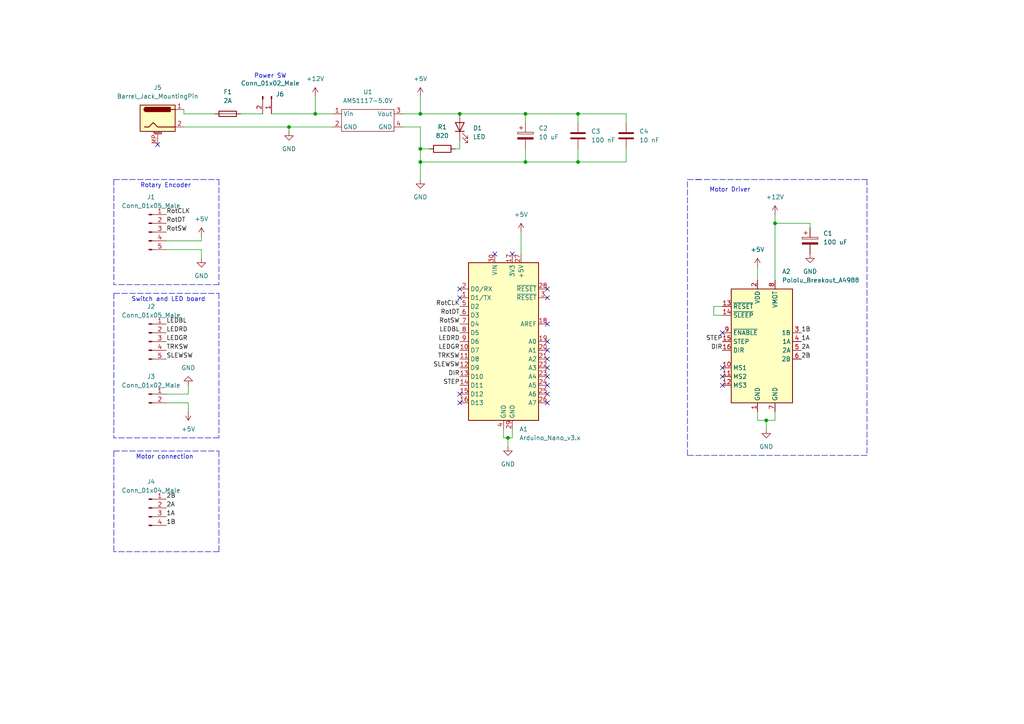
<source format=kicad_sch>
(kicad_sch (version 20211123) (generator eeschema)
  (paper "A4")
  (title_block (title "Star tracker") (date "2024-07-08") (company "Gingerbread Technologies"))
  (lib_symbols
    (symbol "Connector:Barrel_Jack_MountingPin" (pin_names hide)
      (property "Reference" "J" (at 0 5.334 0))
      (property "Value" "Barrel_Jack_MountingPin" (at 1.27 -6.35 0))
      (symbol "Barrel_Jack_MountingPin_0_1"
        (rectangle (start -5.08 3.81) (end 5.08 -3.81) (stroke (width 0.254)) (fill (type background)))
        (arc (start -3.302 3.175) (mid -3.937 2.54) (end -3.302 1.905) (stroke (width 0.254)))
        (arc (start -3.302 3.175) (mid -3.937 2.54) (end -3.302 1.905) (stroke (width 0.254)) (fill (type outline)))
        (polyline (pts (xy 5.08 2.54) (xy 3.81 2.54)) (stroke (width 0.254)))
        (polyline (pts (xy -3.81 -2.54) (xy -2.54 -2.54) (xy -1.27 -1.27) (xy 0 -2.54) (xy 2.54 -2.54) (xy 5.08 -2.54)) (stroke (width 0.254)))
        (rectangle (start 3.683 3.175) (end -3.302 1.905) (stroke (width 0.254)) (fill (type outline)))
      )
      (symbol "Barrel_Jack_MountingPin_1_1"
        (polyline (pts (xy -1.016 -4.572) (xy 1.016 -4.572)) (stroke (width 0.1524)))
        (text "Mounting" (at 0 -4.191 0) (effects (font (size 0.381 0.381))))
        (pin passive line (at 7.62 2.54 180) (length 2.54) (name "~") (number "1"))
        (pin passive line (at 7.62 -2.54 180) (length 2.54) (name "~") (number "2"))
        (pin passive line (at 0 -7.62 90) (length 3.048) (name "MountPin") (number "MP"))
      )
    )
    (symbol "Connector:Conn_01x02_Male" (pin_names (offset 1.016) hide)
      (property "Reference" "J" (at 0 2.54 0))
      (property "Value" "Conn_01x02_Male" (at 0 -5.08 0))
      (symbol "Conn_01x02_Male_1_1"
        (polyline (pts (xy 1.27 -2.54) (xy 0.8636 -2.54)) (stroke (width 0.1524)))
        (polyline (pts (xy 1.27 0) (xy 0.8636 0)) (stroke (width 0.1524)))
        (rectangle (start 0.8636 -2.413) (end 0 -2.667) (stroke (width 0.1524)) (fill (type outline)))
        (rectangle (start 0.8636 0.127) (end 0 -0.127) (stroke (width 0.1524)) (fill (type outline)))
        (pin passive line (at 5.08 0 180) (length 3.81) (name "Pin_1") (number "1"))
        (pin passive line (at 5.08 -2.54 180) (length 3.81) (name "Pin_2") (number "2"))
      )
    )
    (symbol "Connector:Conn_01x04_Male" (pin_names (offset 1.016) hide)
      (property "Reference" "J" (at 0 5.08 0))
      (property "Value" "Conn_01x04_Male" (at 0 -7.62 0))
      (symbol "Conn_01x04_Male_1_1"
        (polyline (pts (xy 1.27 -5.08) (xy 0.8636 -5.08)) (stroke (width 0.1524)))
        (polyline (pts (xy 1.27 -2.54) (xy 0.8636 -2.54)) (stroke (width 0.1524)))
        (polyline (pts (xy 1.27 0) (xy 0.8636 0)) (stroke (width 0.1524)))
        (polyline (pts (xy 1.27 2.54) (xy 0.8636 2.54)) (stroke (width 0.1524)))
        (rectangle (start 0.8636 -4.953) (end 0 -5.207) (stroke (width 0.1524)) (fill (type outline)))
        (rectangle (start 0.8636 -2.413) (end 0 -2.667) (stroke (width 0.1524)) (fill (type outline)))
        (rectangle (start 0.8636 0.127) (end 0 -0.127) (stroke (width 0.1524)) (fill (type outline)))
        (rectangle (start 0.8636 2.667) (end 0 2.413) (stroke (width 0.1524)) (fill (type outline)))
        (pin passive line (at 5.08 2.54 180) (length 3.81) (name "Pin_1") (number "1"))
        (pin passive line (at 5.08 0 180) (length 3.81) (name "Pin_2") (number "2"))
        (pin passive line (at 5.08 -2.54 180) (length 3.81) (name "Pin_3") (number "3"))
        (pin passive line (at 5.08 -5.08 180) (length 3.81) (name "Pin_4") (number "4"))
      )
    )
    (symbol "Connector:Conn_01x05_Male" (pin_names (offset 1.016) hide)
      (property "Reference" "J" (at 0 7.62 0))
      (property "Value" "Conn_01x05_Male" (at 0 -7.62 0))
      (symbol "Conn_01x05_Male_1_1"
        (polyline (pts (xy 1.27 -5.08) (xy 0.8636 -5.08)) (stroke (width 0.1524)))
        (polyline (pts (xy 1.27 -2.54) (xy 0.8636 -2.54)) (stroke (width 0.1524)))
        (polyline (pts (xy 1.27 0) (xy 0.8636 0)) (stroke (width 0.1524)))
        (polyline (pts (xy 1.27 2.54) (xy 0.8636 2.54)) (stroke (width 0.1524)))
        (polyline (pts (xy 1.27 5.08) (xy 0.8636 5.08)) (stroke (width 0.1524)))
        (rectangle (start 0.8636 -4.953) (end 0 -5.207) (stroke (width 0.1524)) (fill (type outline)))
        (rectangle (start 0.8636 -2.413) (end 0 -2.667) (stroke (width 0.1524)) (fill (type outline)))
        (rectangle (start 0.8636 0.127) (end 0 -0.127) (stroke (width 0.1524)) (fill (type outline)))
        (rectangle (start 0.8636 2.667) (end 0 2.413) (stroke (width 0.1524)) (fill (type outline)))
        (rectangle (start 0.8636 5.207) (end 0 4.953) (stroke (width 0.1524)) (fill (type outline)))
        (pin passive line (at 5.08 5.08 180) (length 3.81) (name "Pin_1") (number "1"))
        (pin passive line (at 5.08 2.54 180) (length 3.81) (name "Pin_2") (number "2"))
        (pin passive line (at 5.08 0 180) (length 3.81) (name "Pin_3") (number "3"))
        (pin passive line (at 5.08 -2.54 180) (length 3.81) (name "Pin_4") (number "4"))
        (pin passive line (at 5.08 -5.08 180) (length 3.81) (name "Pin_5") (number "5"))
      )
    )
    (symbol "Device:C" (pin_numbers hide) (pin_names (offset 0.254))
      (property "Reference" "C" (at 0.635 2.54 0))
      (property "Value" "C" (at 0.635 -2.54 0))
      (symbol "C_0_1"
        (polyline (pts (xy -2.032 -0.762) (xy 2.032 -0.762)) (stroke (width 0.508)))
        (polyline (pts (xy -2.032 0.762) (xy 2.032 0.762)) (stroke (width 0.508)))
      )
      (symbol "C_1_1"
        (pin passive line (at 0 3.81 270) (length 2.794) (name "~") (number "1"))
        (pin passive line (at 0 -3.81 90) (length 2.794) (name "~") (number "2"))
      )
    )
    (symbol "Device:C_Polarized" (pin_numbers hide) (pin_names (offset 0.254))
      (property "Reference" "C" (at 0.635 2.54 0))
      (property "Value" "C_Polarized" (at 0.635 -2.54 0))
      (symbol "C_Polarized_0_1"
        (rectangle (start -2.286 0.508) (end 2.286 1.016))
        (polyline (pts (xy -1.778 2.286) (xy -0.762 2.286)))
        (polyline (pts (xy -1.27 2.794) (xy -1.27 1.778)))
        (rectangle (start 2.286 -0.508) (end -2.286 -1.016) (fill (type outline)))
      )
      (symbol "C_Polarized_1_1"
        (pin passive line (at 0 3.81 270) (length 2.794) (name "~") (number "1"))
        (pin passive line (at 0 -3.81 90) (length 2.794) (name "~") (number "2"))
      )
    )
    (symbol "Device:Fuse" (pin_numbers hide) (pin_names (offset 0))
      (property "Reference" "F" (at 2.032 0 90))
      (property "Value" "Fuse" (at -1.905 0 90))
      (symbol "Fuse_0_1"
        (rectangle (start -0.762 -2.54) (end 0.762 2.54) (stroke (width 0.254)))
        (polyline (pts (xy 0 2.54) (xy 0 -2.54)))
      )
      (symbol "Fuse_1_1"
        (pin passive line (at 0 3.81 270) (length 1.27) (name "~") (number "1"))
        (pin passive line (at 0 -3.81 90) (length 1.27) (name "~") (number "2"))
      )
    )
    (symbol "Device:LED" (pin_numbers hide) (pin_names (offset 1.016) hide)
      (property "Reference" "D" (at 0 2.54 0))
      (property "Value" "LED" (at 0 -2.54 0))
      (symbol "LED_0_1"
        (polyline (pts (xy -1.27 -1.27) (xy -1.27 1.27)) (stroke (width 0.254)))
        (polyline (pts (xy -1.27 0) (xy 1.27 0)))
        (polyline (pts (xy 1.27 -1.27) (xy 1.27 1.27) (xy -1.27 0) (xy 1.27 -1.27)) (stroke (width 0.254)))
        (polyline (pts (xy -3.048 -0.762) (xy -4.572 -2.286) (xy -3.81 -2.286) (xy -4.572 -2.286) (xy -4.572 -1.524)))
        (polyline (pts (xy -1.778 -0.762) (xy -3.302 -2.286) (xy -2.54 -2.286) (xy -3.302 -2.286) (xy -3.302 -1.524)))
      )
      (symbol "LED_1_1"
        (pin passive line (at -3.81 0 0) (length 2.54) (name "K") (number "1"))
        (pin passive line (at 3.81 0 180) (length 2.54) (name "A") (number "2"))
      )
    )
    (symbol "Device:R" (pin_numbers hide) (pin_names (offset 0))
      (property "Reference" "R" (at 2.032 0 90))
      (property "Value" "R" (at 0 0 90))
      (symbol "R_0_1"
        (rectangle (start -1.016 -2.54) (end 1.016 2.54) (stroke (width 0.254)))
      )
      (symbol "R_1_1"
        (pin passive line (at 0 3.81 270) (length 1.27) (name "~") (number "1"))
        (pin passive line (at 0 -3.81 90) (length 1.27) (name "~") (number "2"))
      )
    )
    (symbol "Driver_Motor:Pololu_Breakout_A4988"
      (property "Reference" "A" (at -2.54 19.05 0))
      (property "Value" "Pololu_Breakout_A4988" (at -2.54 16.51 0))
      (symbol "Pololu_Breakout_A4988_0_1"
        (rectangle (start 10.16 -17.78) (end -7.62 15.24) (stroke (width 0.254)) (fill (type background)))
      )
      (symbol "Pololu_Breakout_A4988_1_1"
        (pin power_in line (at 0 -20.32 90) (length 2.54) (name "GND") (number "1"))
        (pin input line (at -10.16 -7.62 0) (length 2.54) (name "MS1") (number "10"))
        (pin input line (at -10.16 -10.16 0) (length 2.54) (name "MS2") (number "11"))
        (pin input line (at -10.16 -12.7 0) (length 2.54) (name "MS3") (number "12"))
        (pin input line (at -10.16 10.16 0) (length 2.54) (name "~{RESET}") (number "13"))
        (pin input line (at -10.16 7.62 0) (length 2.54) (name "~{SLEEP}") (number "14"))
        (pin input line (at -10.16 0 0) (length 2.54) (name "STEP") (number "15"))
        (pin input line (at -10.16 -2.54 0) (length 2.54) (name "DIR") (number "16"))
        (pin power_in line (at 0 17.78 270) (length 2.54) (name "VDD") (number "2"))
        (pin output line (at 12.7 2.54 180) (length 2.54) (name "1B") (number "3"))
        (pin output line (at 12.7 0 180) (length 2.54) (name "1A") (number "4"))
        (pin output line (at 12.7 -2.54 180) (length 2.54) (name "2A") (number "5"))
        (pin output line (at 12.7 -5.08 180) (length 2.54) (name "2B") (number "6"))
        (pin power_in line (at 5.08 -20.32 90) (length 2.54) (name "GND") (number "7"))
        (pin power_in line (at 5.08 17.78 270) (length 2.54) (name "VMOT") (number "8"))
        (pin input line (at -10.16 2.54 0) (length 2.54) (name "~{ENABLE}") (number "9"))
      )
    )
    (symbol "MCU_Module:Arduino_Nano_v3.x"
      (property "Reference" "A" (at -10.16 23.495 0))
      (property "Value" "Arduino_Nano_v3.x" (at 5.08 -24.13 0))
      (symbol "Arduino_Nano_v3.x_0_1"
        (rectangle (start -10.16 22.86) (end 10.16 -22.86) (stroke (width 0.254)) (fill (type background)))
      )
      (symbol "Arduino_Nano_v3.x_1_1"
        (pin bidirectional line (at -12.7 12.7 0) (length 2.54) (name "D1/TX") (number "1"))
        (pin bidirectional line (at -12.7 -2.54 0) (length 2.54) (name "D7") (number "10"))
        (pin bidirectional line (at -12.7 -5.08 0) (length 2.54) (name "D8") (number "11"))
        (pin bidirectional line (at -12.7 -7.62 0) (length 2.54) (name "D9") (number "12"))
        (pin bidirectional line (at -12.7 -10.16 0) (length 2.54) (name "D10") (number "13"))
        (pin bidirectional line (at -12.7 -12.7 0) (length 2.54) (name "D11") (number "14"))
        (pin bidirectional line (at -12.7 -15.24 0) (length 2.54) (name "D12") (number "15"))
        (pin bidirectional line (at -12.7 -17.78 0) (length 2.54) (name "D13") (number "16"))
        (pin power_out line (at 2.54 25.4 270) (length 2.54) (name "3V3") (number "17"))
        (pin input line (at 12.7 5.08 180) (length 2.54) (name "AREF") (number "18"))
        (pin bidirectional line (at 12.7 0 180) (length 2.54) (name "A0") (number "19"))
        (pin bidirectional line (at -12.7 15.24 0) (length 2.54) (name "D0/RX") (number "2"))
        (pin bidirectional line (at 12.7 -2.54 180) (length 2.54) (name "A1") (number "20"))
        (pin bidirectional line (at 12.7 -5.08 180) (length 2.54) (name "A2") (number "21"))
        (pin bidirectional line (at 12.7 -7.62 180) (length 2.54) (name "A3") (number "22"))
        (pin bidirectional line (at 12.7 -10.16 180) (length 2.54) (name "A4") (number "23"))
        (pin bidirectional line (at 12.7 -12.7 180) (length 2.54) (name "A5") (number "24"))
        (pin bidirectional line (at 12.7 -15.24 180) (length 2.54) (name "A6") (number "25"))
        (pin bidirectional line (at 12.7 -17.78 180) (length 2.54) (name "A7") (number "26"))
        (pin power_out line (at 5.08 25.4 270) (length 2.54) (name "+5V") (number "27"))
        (pin input line (at 12.7 15.24 180) (length 2.54) (name "~{RESET}") (number "28"))
        (pin power_in line (at 2.54 -25.4 90) (length 2.54) (name "GND") (number "29"))
        (pin input line (at 12.7 12.7 180) (length 2.54) (name "~{RESET}") (number "3"))
        (pin power_in line (at -2.54 25.4 270) (length 2.54) (name "VIN") (number "30"))
        (pin power_in line (at 0 -25.4 90) (length 2.54) (name "GND") (number "4"))
        (pin bidirectional line (at -12.7 10.16 0) (length 2.54) (name "D2") (number "5"))
        (pin bidirectional line (at -12.7 7.62 0) (length 2.54) (name "D3") (number "6"))
        (pin bidirectional line (at -12.7 5.08 0) (length 2.54) (name "D4") (number "7"))
        (pin bidirectional line (at -12.7 2.54 0) (length 2.54) (name "D5") (number "8"))
        (pin bidirectional line (at -12.7 0 0) (length 2.54) (name "D6") (number "9"))
      )
    )
    (symbol "Svens Custom Symbols:AMS1117-5.0V"
      (property "Reference" "U" (at 0 0 0))
      (property "Value" "AMS1117-5.0V" (at 0 -8.89 0))
      (symbol "AMS1117-5.0V_0_1"
        (rectangle (start -7.62 -1.27) (end 7.62 -7.62))
      )
      (symbol "AMS1117-5.0V_1_1"
        (pin input line (at -10.16 -2.54 0) (length 2.54) (name "Vin") (number "1"))
        (pin output line (at -10.16 -6.35 0) (length 2.54) (name "GND") (number "2"))
        (pin output line (at 10.16 -2.54 180) (length 2.54) (name "Vout") (number "3"))
        (pin input line (at 10.16 -6.35 180) (length 2.54) (name "GND") (number "4"))
      )
    )
    (symbol "power:+12V" (power) (pin_names (offset 0))
      (property "Value" "+12V" (at 0 3.556 0))
      (symbol "+12V_0_1"
        (polyline (pts (xy -0.762 1.27) (xy 0 2.54)))
        (polyline (pts (xy 0 0) (xy 0 2.54)))
        (polyline (pts (xy 0 2.54) (xy 0.762 1.27)))
      )
      (symbol "+12V_1_1"
        (pin power_in line (at 0 0 90) (length 0) hide (name "+12V") (number "1"))
      )
    )
    (symbol "power:+5V" (power) (pin_names (offset 0))
      (property "Value" "+5V" (at 0 3.556 0))
      (symbol "+5V_0_1"
        (polyline (pts (xy -0.762 1.27) (xy 0 2.54)))
        (polyline (pts (xy 0 0) (xy 0 2.54)))
        (polyline (pts (xy 0 2.54) (xy 0.762 1.27)))
      )
      (symbol "+5V_1_1"
        (pin power_in line (at 0 0 90) (length 0) hide (name "+5V") (number "1"))
      )
    )
    (symbol "power:GND" (power) (pin_names (offset 0))
      (property "Value" "GND" (at 0 -3.81 0))
      (symbol "GND_0_1"
        (polyline (pts (xy 0 0) (xy 0 -1.27) (xy 1.27 -1.27) (xy 0 -2.54) (xy -1.27 -1.27) (xy 0 -1.27)))
      )
      (symbol "GND_1_1"
        (pin power_in line (at 0 0 270) (length 0) hide (name "GND") (number "1"))
      )
    )
  )
  (junction (at 121.92 46.99))
  (junction (at 167.64 46.99))
  (junction (at 167.64 33.02))
  (junction (at 83.82 36.83))
  (junction (at 91.44 33.02))
  (junction (at 133.35 33.02))
  (junction (at 222.25 121.92))
  (junction (at 152.4 33.02))
  (junction (at 121.92 33.02))
  (junction (at 147.32 127))
  (junction (at 152.4 46.99))
  (junction (at 224.79 64.77))
  (junction (at 121.92 43.18))
  (no_connect (at 133.35 116.84))
  (no_connect (at 158.75 109.22))
  (no_connect (at 158.75 101.6))
  (no_connect (at 45.72 41.91))
  (no_connect (at 133.35 114.3))
  (no_connect (at 143.51 73.66))
  (no_connect (at 158.75 114.3))
  (no_connect (at 209.55 96.52))
  (no_connect (at 209.55 111.76))
  (no_connect (at 158.75 83.82))
  (no_connect (at 209.55 106.68))
  (no_connect (at 158.75 106.68))
  (no_connect (at 158.75 116.84))
  (no_connect (at 158.75 111.76))
  (no_connect (at 148.59 73.66))
  (no_connect (at 133.35 83.82))
  (no_connect (at 209.55 109.22))
  (no_connect (at 133.35 86.36))
  (no_connect (at 158.75 86.36))
  (no_connect (at 158.75 104.14))
  (no_connect (at 158.75 93.98))
  (no_connect (at 158.75 99.06))
  (wire (pts (xy 152.4 33.02) (xy 152.4 35.56)))
  (wire (pts (xy 133.35 40.64) (xy 133.35 43.18)))
  (wire (pts (xy 167.64 33.02) (xy 167.64 35.56)))
  (wire (pts (xy 48.26 69.85) (xy 58.42 69.85)))
  (wire (pts (xy 121.92 46.99) (xy 152.4 46.99)))
  (wire (pts (xy 53.34 36.83) (xy 83.82 36.83)))
  (wire (pts (xy 148.59 127) (xy 147.32 127)))
  (polyline (pts (xy 63.5 85.09) (xy 63.5 127)))
  (polyline (pts (xy 199.39 52.07) (xy 203.2 52.07)))
  (wire (pts (xy 54.61 116.84) (xy 54.61 119.38)))
  (wire (pts (xy 116.84 36.83) (xy 121.92 36.83)))
  (wire (pts (xy 224.79 121.92) (xy 222.25 121.92)))
  (wire (pts (xy 152.4 46.99) (xy 167.64 46.99)))
  (wire (pts (xy 234.95 66.04) (xy 234.95 64.77)))
  (wire (pts (xy 152.4 43.18) (xy 152.4 46.99)))
  (polyline (pts (xy 33.02 130.81) (xy 63.5 130.81)))
  (wire (pts (xy 54.61 111.76) (xy 54.61 114.3)))
  (wire (pts (xy 121.92 43.18) (xy 121.92 46.99)))
  (polyline (pts (xy 63.5 160.02) (xy 33.02 160.02)))
  (polyline (pts (xy 33.02 130.81) (xy 33.02 160.02)))
  (polyline (pts (xy 33.02 85.09) (xy 33.02 127)))
  (wire (pts (xy 146.05 124.46) (xy 146.05 127)))
  (wire (pts (xy 48.26 72.39) (xy 58.42 72.39)))
  (wire (pts (xy 121.92 27.94) (xy 121.92 33.02)))
  (wire (pts (xy 133.35 33.02) (xy 152.4 33.02)))
  (wire (pts (xy 219.71 77.47) (xy 219.71 81.28)))
  (polyline (pts (xy 251.46 132.08) (xy 199.39 132.08)))
  (wire (pts (xy 234.95 64.77) (xy 224.79 64.77)))
  (wire (pts (xy 148.59 124.46) (xy 148.59 127)))
  (wire (pts (xy 91.44 27.94) (xy 91.44 33.02)))
  (wire (pts (xy 181.61 46.99) (xy 181.61 43.18)))
  (wire (pts (xy 53.34 33.02) (xy 53.34 31.75)))
  (wire (pts (xy 219.71 121.92) (xy 222.25 121.92)))
  (wire (pts (xy 69.85 33.02) (xy 76.2 33.02)))
  (wire (pts (xy 167.64 46.99) (xy 181.61 46.99)))
  (polyline (pts (xy 63.5 127) (xy 33.02 127)))
  (wire (pts (xy 78.74 33.02) (xy 91.44 33.02)))
  (wire (pts (xy 62.23 33.02) (xy 53.34 33.02)))
  (wire (pts (xy 151.13 67.31) (xy 151.13 73.66)))
  (wire (pts (xy 58.42 72.39) (xy 58.42 74.93)))
  (wire (pts (xy 147.32 127) (xy 147.32 129.54)))
  (polyline (pts (xy 199.39 132.08) (xy 199.39 52.07)))
  (wire (pts (xy 224.79 119.38) (xy 224.79 121.92)))
  (wire (pts (xy 133.35 43.18) (xy 132.08 43.18)))
  (wire (pts (xy 48.26 114.3) (xy 54.61 114.3)))
  (wire (pts (xy 121.92 33.02) (xy 133.35 33.02)))
  (wire (pts (xy 96.52 36.83) (xy 83.82 36.83)))
  (wire (pts (xy 207.01 91.44) (xy 209.55 91.44)))
  (wire (pts (xy 58.42 69.85) (xy 58.42 68.58)))
  (polyline (pts (xy 63.5 130.81) (xy 63.5 160.02)))
  (wire (pts (xy 181.61 33.02) (xy 181.61 35.56)))
  (wire (pts (xy 152.4 33.02) (xy 167.64 33.02)))
  (polyline (pts (xy 33.02 52.07) (xy 63.5 52.07)))
  (polyline (pts (xy 63.5 82.55) (xy 33.02 82.55)))
  (polyline (pts (xy 63.5 52.07) (xy 63.5 82.55)))
  (wire (pts (xy 219.71 119.38) (xy 219.71 121.92)))
  (wire (pts (xy 48.26 116.84) (xy 54.61 116.84)))
  (polyline (pts (xy 33.02 52.07) (xy 33.02 82.55)))
  (polyline (pts (xy 201.93 52.07) (xy 251.46 52.07)))
  (wire (pts (xy 91.44 33.02) (xy 96.52 33.02)))
  (wire (pts (xy 83.82 36.83) (xy 83.82 38.1)))
  (wire (pts (xy 121.92 43.18) (xy 124.46 43.18)))
  (wire (pts (xy 167.64 43.18) (xy 167.64 46.99)))
  (polyline (pts (xy 33.02 85.09) (xy 63.5 85.09)))
  (wire (pts (xy 116.84 33.02) (xy 121.92 33.02)))
  (polyline (pts (xy 251.46 52.07) (xy 251.46 132.08)))
  (wire (pts (xy 121.92 46.99) (xy 121.92 52.07)))
  (wire (pts (xy 121.92 36.83) (xy 121.92 43.18)))
  (wire (pts (xy 222.25 121.92) (xy 222.25 124.46)))
  (wire (pts (xy 209.55 88.9) (xy 207.01 88.9)))
  (wire (pts (xy 146.05 127) (xy 147.32 127)))
  (wire (pts (xy 224.79 64.77) (xy 224.79 81.28)))
  (wire (pts (xy 224.79 62.23) (xy 224.79 64.77)))
  (wire (pts (xy 167.64 33.02) (xy 181.61 33.02)))
  (wire (pts (xy 207.01 88.9) (xy 207.01 91.44)))
  (text "Motor connection" (at 39.37 133.35 0) (effects (font (size 1.27 1.27)) (justify left bottom)))
  (text "Motor Driver" (at 205.74 55.88 0) (effects (font (size 1.27 1.27)) (justify left bottom)))
  (text "Switch and LED board" (at 38.1 87.63 0) (effects (font (size 1.27 1.27)) (justify left bottom)))
  (text "Power SW" (at 73.66 22.86 0) (effects (font (size 1.27 1.27)) (justify left bottom)))
  (text "Rotary Encoder" (at 40.64 54.61 0) (effects (font (size 1.27 1.27)) (justify left bottom)))
  (label "SLEWSW" (at 133.35 106.68 180))
  (label "LEDGR" (at 48.26 99.06 0))
  (label "1A" (at 48.26 149.86 0))
  (label "STEP" (at 209.55 99.06 180))
  (label "TRKSW" (at 133.35 104.14 180))
  (label "SLEWSW" (at 48.26 104.14 0))
  (label "RotCLK" (at 133.35 88.9 180))
  (label "LEDBL" (at 48.26 93.98 0))
  (label "2A" (at 48.26 147.32 0))
  (label "DIR" (at 209.55 101.6 180))
  (label "1B" (at 232.41 96.52 0))
  (label "RotSW" (at 133.35 93.98 180))
  (label "LEDRD" (at 133.35 99.06 180))
  (label "RotDT" (at 48.26 64.77 0))
  (label "2A" (at 232.41 101.6 0))
  (label "LEDGR" (at 133.35 101.6 180))
  (label "1A" (at 232.41 99.06 0))
  (label "LEDBL" (at 133.35 96.52 180))
  (label "RotDT" (at 133.35 91.44 180))
  (label "1B" (at 48.26 152.4 0))
  (label "2B" (at 48.26 144.78 0))
  (label "RotSW" (at 48.26 67.31 0))
  (label "TRKSW" (at 48.26 101.6 0))
  (label "STEP" (at 133.35 111.76 180))
  (label "2B" (at 232.41 104.14 0))
  (label "RotCLK" (at 48.26 62.23 0))
  (label "DIR" (at 133.35 109.22 180))
  (label "LEDRD" (at 48.26 96.52 0))
  (symbol (lib_id "MCU_Module:Arduino_Nano_v3.x") (at 146.05 99.06 0) (unit 1)
    (property "Reference" "A1" (at 150.6094 124.46 0) (effects (justify left)))
    (property "Value" "Arduino_Nano_v3.x" (at 150.6094 127 0) (effects (justify left)))
    (property "Footprint" "Module:Arduino_Nano" (effects hide))
    (property "Datasheet" "http://www.mouser.com/pdfdocs/Gravitech_Arduino_Nano3_0.pdf" (effects hide))
  )
  (symbol (lib_id "power:+5V") (at 54.61 119.38 180) (unit 1)
    (property "Reference" "#PWR01" (effects hide))
    (property "Value" "+5V" (at 54.61 124.46 0))
  )
  (symbol (lib_id "power:+12V") (at 91.44 27.94 0) (unit 1)
    (property "Reference" "#PWR06" (effects hide))
    (property "Value" "+12V" (at 91.44 22.86 0))
  )
  (symbol (lib_id "power:GND") (at 58.42 74.93 0) (unit 1)
    (property "Reference" "#PWR04" (effects hide))
    (property "Value" "GND" (at 58.42 80.01 0))
  )
  (symbol (lib_id "Device:R") (at 128.27 43.18 90) (unit 1)
    (property "Reference" "R1" (at 128.27 36.83 90))
    (property "Value" "820" (at 128.27 39.37 90))
    (property "Footprint" "Resistor_SMD:R_0805_2012Metric_Pad1.20x1.40mm_HandSolder" (effects hide))
  )
  (symbol (lib_id "power:+5V") (at 219.71 77.47 0) (unit 1)
    (property "Reference" "#PWR0101" (effects hide))
    (property "Value" "+5V" (at 219.71 72.39 0))
  )
  (symbol (lib_id "Svens Custom Symbols:AMS1117-5.0V") (at 106.68 30.48 0) (unit 1)
    (property "Reference" "U1" (at 106.68 26.67 0))
    (property "Value" "AMS1117-5.0V" (at 106.68 29.21 0))
    (property "Footprint" "Svens Custom Footprints:AMS1117-5.0V" (effects hide))
  )
  (symbol (lib_id "Device:LED") (at 133.35 36.83 90) (unit 1)
    (property "Reference" "D1" (at 137.16 37.1474 90) (effects (justify right)))
    (property "Value" "LED" (at 137.16 39.6874 90) (effects (justify right)))
    (property "Footprint" "LED_THT:LED_D5.0mm" (effects hide))
  )
  (symbol (lib_id "power:+5V") (at 151.13 67.31 0) (unit 1)
    (property "Reference" "#PWR010" (effects hide))
    (property "Value" "+5V" (at 151.13 62.23 0))
  )
  (symbol (lib_id "Driver_Motor:Pololu_Breakout_A4988") (at 219.71 99.06 0) (unit 1)
    (property "Reference" "A2" (at 226.8094 78.74 0) (effects (justify left)))
    (property "Value" "Pololu_Breakout_A4988" (at 226.8094 81.28 0) (effects (justify left)))
    (property "Footprint" "Module:Pololu_Breakout-16_15.2x20.3mm" (effects hide))
    (property "Datasheet" "https://www.pololu.com/product/2980/pictures" (effects hide))
  )
  (symbol (lib_id "Device:C_Polarized") (at 234.95 69.85 0) (unit 1)
    (property "Reference" "C1" (at 238.76 67.6909 0) (effects (justify left)))
    (property "Value" "100 uF" (at 238.76 70.2309 0) (effects (justify left)))
    (property "Footprint" "Capacitor_THT:CP_Radial_D6.3mm_P2.50mm" (effects hide))
  )
  (symbol (lib_id "power:GND") (at 222.25 124.46 0) (unit 1)
    (property "Reference" "#PWR011" (effects hide))
    (property "Value" "GND" (at 222.25 129.54 0))
  )
  (symbol (lib_id "Connector:Barrel_Jack_MountingPin") (at 45.72 34.29 0) (unit 1)
    (property "Reference" "J5" (at 45.72 25.4 0))
    (property "Value" "Barrel_Jack_MountingPin" (at 45.72 27.94 0))
    (property "Footprint" "Connector_BarrelJack:BarrelJack_Horizontal" (effects hide))
  )
  (symbol (lib_id "Connector:Conn_01x04_Male") (at 43.18 147.32 0) (unit 1)
    (property "Reference" "J4" (at 43.815 139.7 0))
    (property "Value" "Conn_01x04_Male" (at 43.815 142.24 0))
    (property "Footprint" "Connector_JST:JST_XH_B4B-XH-A_1x04_P2.50mm_Vertical" (effects hide))
  )
  (symbol (lib_id "Device:Fuse") (at 66.04 33.02 90) (unit 1)
    (property "Reference" "F1" (at 66.04 26.67 90))
    (property "Value" "2A" (at 66.04 29.21 90))
    (property "Footprint" "LED_THT:LED_D5.0mm" (effects hide))
  )
  (symbol (lib_id "Connector:Conn_01x02_Male") (at 43.18 114.3 0) (unit 1)
    (property "Reference" "J3" (at 43.815 109.22 0))
    (property "Value" "Conn_01x02_Male" (at 43.815 111.76 0))
    (property "Footprint" "Connector_JST:JST_XH_B2B-XH-A_1x02_P2.50mm_Vertical" (effects hide))
  )
  (symbol (lib_id "Device:C") (at 167.64 39.37 0) (unit 1)
    (property "Reference" "C3" (at 171.45 38.0999 0) (effects (justify left)))
    (property "Value" "100 nF" (at 171.45 40.6399 0) (effects (justify left)))
    (property "Footprint" "Capacitor_THT:C_Disc_D5.1mm_W3.2mm_P5.00mm" (effects hide))
  )
  (symbol (lib_id "Connector:Conn_01x02_Male") (at 78.74 27.94 270) (unit 1)
    (property "Reference" "J6" (at 80.01 27.3049 90) (effects (justify left)))
    (property "Value" "Conn_01x02_Male" (at 69.85 24.13 90) (effects (justify left)))
    (property "Footprint" "Connector_JST:JST_XH_B2B-XH-A_1x02_P2.50mm_Vertical" (effects hide))
  )
  (symbol (lib_id "power:GND") (at 121.92 52.07 0) (unit 1)
    (property "Reference" "#PWR08" (effects hide))
    (property "Value" "GND" (at 121.92 57.15 0))
  )
  (symbol (lib_id "power:GND") (at 147.32 129.54 0) (unit 1)
    (property "Reference" "#PWR09" (effects hide))
    (property "Value" "GND" (at 147.32 134.62 0))
  )
  (symbol (lib_id "power:+12V") (at 224.79 62.23 0) (unit 1)
    (property "Reference" "#PWR012" (effects hide))
    (property "Value" "+12V" (at 224.79 57.15 0))
  )
  (symbol (lib_id "power:GND") (at 54.61 111.76 180) (unit 1)
    (property "Reference" "#PWR02" (effects hide))
    (property "Value" "GND" (at 54.61 106.68 0))
  )
  (symbol (lib_id "power:+5V") (at 121.92 27.94 0) (unit 1)
    (property "Reference" "#PWR07" (effects hide))
    (property "Value" "+5V" (at 121.92 22.86 0))
  )
  (symbol (lib_id "power:GND") (at 83.82 38.1 0) (unit 1)
    (property "Reference" "#PWR05" (effects hide))
    (property "Value" "GND" (at 83.82 43.18 0))
  )
  (symbol (lib_id "Device:C_Polarized") (at 152.4 39.37 0) (unit 1)
    (property "Reference" "C2" (at 156.21 37.2109 0) (effects (justify left)))
    (property "Value" "10 uF" (at 156.21 39.7509 0) (effects (justify left)))
    (property "Footprint" "Capacitor_THT:CP_Radial_D6.3mm_P2.50mm" (effects hide))
  )
  (symbol (lib_id "Connector:Conn_01x05_Male") (at 43.18 67.31 0) (unit 1)
    (property "Reference" "J1" (at 43.815 57.15 0))
    (property "Value" "Conn_01x05_Male" (at 43.815 59.69 0))
    (property "Footprint" "Connector_JST:JST_XH_B5B-XH-A_1x05_P2.50mm_Vertical" (effects hide))
  )
  (symbol (lib_id "Connector:Conn_01x05_Male") (at 43.18 99.06 0) (unit 1)
    (property "Reference" "J2" (at 43.815 88.9 0))
    (property "Value" "Conn_01x05_Male" (at 43.815 91.44 0))
    (property "Footprint" "Connector_JST:JST_XH_B5B-XH-A_1x05_P2.50mm_Vertical" (effects hide))
  )
  (symbol (lib_id "Device:C") (at 181.61 39.37 0) (unit 1)
    (property "Reference" "C4" (at 185.42 38.0999 0) (effects (justify left)))
    (property "Value" "10 nF" (at 185.42 40.6399 0) (effects (justify left)))
    (property "Footprint" "Capacitor_THT:C_Disc_D3.8mm_W2.6mm_P2.50mm" (effects hide))
  )
  (symbol (lib_id "power:+5V") (at 58.42 68.58 0) (unit 1)
    (property "Reference" "#PWR03" (effects hide))
    (property "Value" "+5V" (at 58.42 63.5 0))
  )
  (symbol (lib_id "power:GND") (at 234.95 73.66 0) (unit 1)
    (property "Reference" "#PWR013" (effects hide))
    (property "Value" "GND" (at 234.95 78.74 0))
  )
)
</source>
